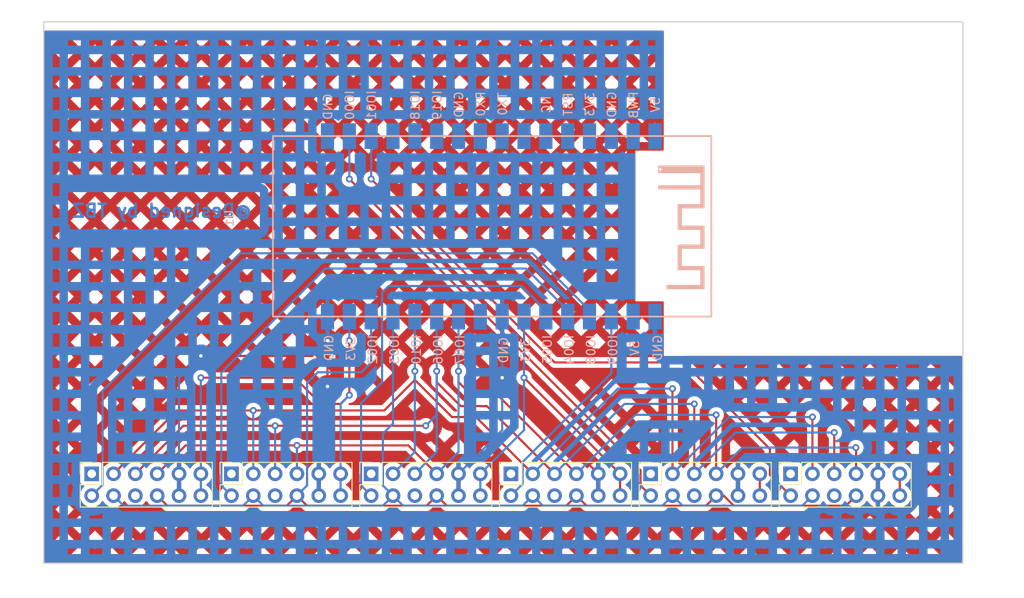
<source format=kicad_pcb>
(kicad_pcb (version 20221018) (generator pcbnew)
  (layers (0 "F.Cu" signal) (31 "B.Cu" signal) (34 "B.Paste" user) (35 "F.Paste" user) (36 "B.SilkS" user "B.Silkscreen") (37 "F.SilkS" user "F.Silkscreen") (38 "B.Mask" user) (39 "F.Mask" user) (44 "Edge.Cuts" user))
  (net 0 "")
  (net 1 "/RST")
  (net 2 "/DC")
  (net 3 "/BLK")
  (net 4 "GND")
  (net 5 "+3V3")
  (net 6 "/SCL")
  (net 7 "/SDA")
  (net 8 "/CS1")
  (net 9 "/CS2")
  (net 10 "/CS3")
  (net 11 "/CS4")
  (net 12 "/CS5")
  (net 13 "/CS6")
  (net 23 "+5V")
  (net 25 "/ips_lcd1/INT")
  (net 26 "/ips_lcd1/MISO")
  (net 27 "/ips_lcd2/INT")
  (net 28 "/ips_lcd2/MISO")
  (net 29 "/ips_lcd3/INT")
  (net 30 "/ips_lcd3/MISO")
  (net 31 "/ips_lcd4/INT")
  (net 32 "/ips_lcd4/MISO")
  (net 33 "/ips_lcd5/INT")
  (net 34 "/ips_lcd5/MISO")
  (net 35 "/ips_lcd6/INT")
  (net 36 "/ips_lcd6/MISO")
  (footprint "my_connector:PMOD" (layer "F.Cu") (at 97.79 101.092 90)
    (fp_text reference "J3" hide)
    (fp_text value "Conn_02x06_Odd_Even")
    (fp_line (start -2.6 -7.68) (end -2.6 7.68) (stroke (width 0.12)) (layer "F.SilkS"))
    (fp_line (start -2.6 -7.68) (end 0 -7.68) (stroke (width 0.12)) (layer "F.SilkS"))
    (fp_line (start -2.6 7.68) (end 2.6 7.68) (stroke (width 0.12)) (layer "F.SilkS"))
    (fp_line (start 0 -7.68) (end 0 -5.08) (stroke (width 0.12)) (layer "F.SilkS"))
    (fp_line (start 0 -5.08) (end 2.6 -5.08) (stroke (width 0.12)) (layer "F.SilkS"))
    (fp_line (start 1.27 -7.68) (end 2.6 -7.68) (stroke (width 0.12)) (layer "F.SilkS"))
    (fp_line (start 2.6 -7.68) (end 2.6 -6.35) (stroke (width 0.12)) (layer "F.SilkS"))
    (fp_line (start 2.6 -5.08) (end 2.6 7.68) (stroke (width 0.12)) (layer "F.SilkS"))
    (pad "1" thru_hole rect (at 1.27 -6.35 90) (size 1.7 1.7) (drill 1) (layers "*.Cu" "*.Mask") (net 29 "/ips_lcd3/INT"))
    (pad "2" thru_hole oval (at -1.27 -6.35 90) (size 1.7 1.7) (drill 1) (layers "*.Cu" "*.Mask") (net 10 "/CS3"))
    (pad "3" thru_hole oval (at 1.27 -3.81 90) (size 1.7 1.7) (drill 1) (layers "*.Cu" "*.Mask") (net 1 "/RST"))
    (pad "4" thru_hole oval (at -1.27 -3.81 90) (size 1.7 1.7) (drill 1) (layers "*.Cu" "*.Mask") (net 7 "/SDA"))
    (pad "5" thru_hole oval (at 1.27 -1.27 90) (size 1.7 1.7) (drill 1) (layers "*.Cu" "*.Mask") (net 2 "/DC"))
    (pad "6" thru_hole oval (at -1.27 -1.27 90) (size 1.7 1.7) (drill 1) (layers "*.Cu" "*.Mask") (net 30 "/ips_lcd3/MISO"))
    (pad "7" thru_hole oval (at 1.27 1.27 90) (size 1.7 1.7) (drill 1) (layers "*.Cu" "*.Mask") (net 3 "/BLK"))
    (pad "8" thru_hole oval (at -1.27 1.27 90) (size 1.7 1.7) (drill 1) (layers "*.Cu" "*.Mask") (net 6 "/SCL"))
    (pad "9" thru_hole oval (at 1.27 3.81 90) (size 1.7 1.7) (drill 1) (layers "*.Cu" "*.Mask") (net 4 "GND"))
    (pad "10" thru_hole oval (at -1.27 3.81 90) (size 1.7 1.7) (drill 1) (layers "*.Cu" "*.Mask") (net 4 "GND"))
    (pad "11" thru_hole oval (at 1.27 6.35 90) (size 1.7 1.7) (drill 1) (layers "*.Cu" "*.Mask") (net 5 "+3V3"))
    (pad "12" thru_hole oval (at -1.27 6.35 90) (size 1.7 1.7) (drill 1) (layers "*.Cu" "*.Mask") (net 5 "+3V3"))
  )
  (footprint "my_connector:PMOD" (layer "F.Cu") (at 114.046 101.092 90)
    (fp_text reference "J4" hide)
    (fp_text value "Conn_02x06_Odd_Even")
    (fp_line (start -2.6 -7.68) (end -2.6 7.68) (stroke (width 0.12)) (layer "F.SilkS"))
    (fp_line (start -2.6 -7.68) (end 0 -7.68) (stroke (width 0.12)) (layer "F.SilkS"))
    (fp_line (start -2.6 7.68) (end 2.6 7.68) (stroke (width 0.12)) (layer "F.SilkS"))
    (fp_line (start 0 -7.68) (end 0 -5.08) (stroke (width 0.12)) (layer "F.SilkS"))
    (fp_line (start 0 -5.08) (end 2.6 -5.08) (stroke (width 0.12)) (layer "F.SilkS"))
    (fp_line (start 1.27 -7.68) (end 2.6 -7.68) (stroke (width 0.12)) (layer "F.SilkS"))
    (fp_line (start 2.6 -7.68) (end 2.6 -6.35) (stroke (width 0.12)) (layer "F.SilkS"))
    (fp_line (start 2.6 -5.08) (end 2.6 7.68) (stroke (width 0.12)) (layer "F.SilkS"))
    (pad "1" thru_hole rect (at 1.27 -6.35 90) (size 1.7 1.7) (drill 1) (layers "*.Cu" "*.Mask") (net 31 "/ips_lcd4/INT"))
    (pad "2" thru_hole oval (at -1.27 -6.35 90) (size 1.7 1.7) (drill 1) (layers "*.Cu" "*.Mask") (net 11 "/CS4"))
    (pad "3" thru_hole oval (at 1.27 -3.81 90) (size 1.7 1.7) (drill 1) (layers "*.Cu" "*.Mask") (net 1 "/RST"))
    (pad "4" thru_hole oval (at -1.27 -3.81 90) (size 1.7 1.7) (drill 1) (layers "*.Cu" "*.Mask") (net 7 "/SDA"))
    (pad "5" thru_hole oval (at 1.27 -1.27 90) (size 1.7 1.7) (drill 1) (layers "*.Cu" "*.Mask") (net 2 "/DC"))
    (pad "6" thru_hole oval (at -1.27 -1.27 90) (size 1.7 1.7) (drill 1) (layers "*.Cu" "*.Mask") (net 32 "/ips_lcd4/MISO"))
    (pad "7" thru_hole oval (at 1.27 1.27 90) (size 1.7 1.7) (drill 1) (layers "*.Cu" "*.Mask") (net 3 "/BLK"))
    (pad "8" thru_hole oval (at -1.27 1.27 90) (size 1.7 1.7) (drill 1) (layers "*.Cu" "*.Mask") (net 6 "/SCL"))
    (pad "9" thru_hole oval (at 1.27 3.81 90) (size 1.7 1.7) (drill 1) (layers "*.Cu" "*.Mask") (net 4 "GND"))
    (pad "10" thru_hole oval (at -1.27 3.81 90) (size 1.7 1.7) (drill 1) (layers "*.Cu" "*.Mask") (net 4 "GND"))
    (pad "11" thru_hole oval (at 1.27 6.35 90) (size 1.7 1.7) (drill 1) (layers "*.Cu" "*.Mask") (net 5 "+3V3"))
    (pad "12" thru_hole oval (at -1.27 6.35 90) (size 1.7 1.7) (drill 1) (layers "*.Cu" "*.Mask") (net 5 "+3V3"))
  )
  (footprint "my_connector:PMOD" (layer "F.Cu") (at 146.583 101.092 90)
    (fp_text reference "J6" hide)
    (fp_text value "Conn_02x06_Odd_Even")
    (fp_line (start -2.6 -7.68) (end -2.6 7.68) (stroke (width 0.12)) (layer "F.SilkS"))
    (fp_line (start -2.6 -7.68) (end 0 -7.68) (stroke (width 0.12)) (layer "F.SilkS"))
    (fp_line (start -2.6 7.68) (end 2.6 7.68) (stroke (width 0.12)) (layer "F.SilkS"))
    (fp_line (start 0 -7.68) (end 0 -5.08) (stroke (width 0.12)) (layer "F.SilkS"))
    (fp_line (start 0 -5.08) (end 2.6 -5.08) (stroke (width 0.12)) (layer "F.SilkS"))
    (fp_line (start 1.27 -7.68) (end 2.6 -7.68) (stroke (width 0.12)) (layer "F.SilkS"))
    (fp_line (start 2.6 -7.68) (end 2.6 -6.35) (stroke (width 0.12)) (layer "F.SilkS"))
    (fp_line (start 2.6 -5.08) (end 2.6 7.68) (stroke (width 0.12)) (layer "F.SilkS"))
    (pad "1" thru_hole rect (at 1.27 -6.35 90) (size 1.7 1.7) (drill 1) (layers "*.Cu" "*.Mask") (net 35 "/ips_lcd6/INT"))
    (pad "2" thru_hole oval (at -1.27 -6.35 90) (size 1.7 1.7) (drill 1) (layers "*.Cu" "*.Mask") (net 13 "/CS6"))
    (pad "3" thru_hole oval (at 1.27 -3.81 90) (size 1.7 1.7) (drill 1) (layers "*.Cu" "*.Mask") (net 1 "/RST"))
    (pad "4" thru_hole oval (at -1.27 -3.81 90) (size 1.7 1.7) (drill 1) (layers "*.Cu" "*.Mask") (net 7 "/SDA"))
    (pad "5" thru_hole oval (at 1.27 -1.27 90) (size 1.7 1.7) (drill 1) (layers "*.Cu" "*.Mask") (net 2 "/DC"))
    (pad "6" thru_hole oval (at -1.27 -1.27 90) (size 1.7 1.7) (drill 1) (layers "*.Cu" "*.Mask") (net 36 "/ips_lcd6/MISO"))
    (pad "7" thru_hole oval (at 1.27 1.27 90) (size 1.7 1.7) (drill 1) (layers "*.Cu" "*.Mask") (net 3 "/BLK"))
    (pad "8" thru_hole oval (at -1.27 1.27 90) (size 1.7 1.7) (drill 1) (layers "*.Cu" "*.Mask") (net 6 "/SCL"))
    (pad "9" thru_hole oval (at 1.27 3.81 90) (size 1.7 1.7) (drill 1) (layers "*.Cu" "*.Mask") (net 4 "GND"))
    (pad "10" thru_hole oval (at -1.27 3.81 90) (size 1.7 1.7) (drill 1) (layers "*.Cu" "*.Mask") (net 4 "GND"))
    (pad "11" thru_hole oval (at 1.27 6.35 90) (size 1.7 1.7) (drill 1) (layers "*.Cu" "*.Mask") (net 5 "+3V3"))
    (pad "12" thru_hole oval (at -1.27 6.35 90) (size 1.7 1.7) (drill 1) (layers "*.Cu" "*.Mask") (net 5 "+3V3"))
  )
  (footprint "my_connector:PMOD" (layer "F.Cu") (at 130.302 101.092 90)
    (fp_text reference "J5" hide)
    (fp_text value "Conn_02x06_Odd_Even")
    (fp_line (start -2.6 -7.68) (end -2.6 7.68) (stroke (width 0.12)) (layer "F.SilkS"))
    (fp_line (start -2.6 -7.68) (end 0 -7.68) (stroke (width 0.12)) (layer "F.SilkS"))
    (fp_line (start -2.6 7.68) (end 2.6 7.68) (stroke (width 0.12)) (layer "F.SilkS"))
    (fp_line (start 0 -7.68) (end 0 -5.08) (stroke (width 0.12)) (layer "F.SilkS"))
    (fp_line (start 0 -5.08) (end 2.6 -5.08) (stroke (width 0.12)) (layer "F.SilkS"))
    (fp_line (start 1.27 -7.68) (end 2.6 -7.68) (stroke (width 0.12)) (layer "F.SilkS"))
    (fp_line (start 2.6 -7.68) (end 2.6 -6.35) (stroke (width 0.12)) (layer "F.SilkS"))
    (fp_line (start 2.6 -5.08) (end 2.6 7.68) (stroke (width 0.12)) (layer "F.SilkS"))
    (pad "1" thru_hole rect (at 1.27 -6.35 90) (size 1.7 1.7) (drill 1) (layers "*.Cu" "*.Mask") (net 33 "/ips_lcd5/INT"))
    (pad "2" thru_hole oval (at -1.27 -6.35 90) (size 1.7 1.7) (drill 1) (layers "*.Cu" "*.Mask") (net 12 "/CS5"))
    (pad "3" thru_hole oval (at 1.27 -3.81 90) (size 1.7 1.7) (drill 1) (layers "*.Cu" "*.Mask") (net 1 "/RST"))
    (pad "4" thru_hole oval (at -1.27 -3.81 90) (size 1.7 1.7) (drill 1) (layers "*.Cu" "*.Mask") (net 7 "/SDA"))
    (pad "5" thru_hole oval (at 1.27 -1.27 90) (size 1.7 1.7) (drill 1) (layers "*.Cu" "*.Mask") (net 2 "/DC"))
    (pad "6" thru_hole oval (at -1.27 -1.27 90) (size 1.7 1.7) (drill 1) (layers "*.Cu" "*.Mask") (net 34 "/ips_lcd5/MISO"))
    (pad "7" thru_hole oval (at 1.27 1.27 90) (size 1.7 1.7) (drill 1) (layers "*.Cu" "*.Mask") (net 3 "/BLK"))
    (pad "8" thru_hole oval (at -1.27 1.27 90) (size 1.7 1.7) (drill 1) (layers "*.Cu" "*.Mask") (net 6 "/SCL"))
    (pad "9" thru_hole oval (at 1.27 3.81 90) (size 1.7 1.7) (drill 1) (layers "*.Cu" "*.Mask") (net 4 "GND"))
    (pad "10" thru_hole oval (at -1.27 3.81 90) (size 1.7 1.7) (drill 1) (layers "*.Cu" "*.Mask") (net 4 "GND"))
    (pad "11" thru_hole oval (at 1.27 6.35 90) (size 1.7 1.7) (drill 1) (layers "*.Cu" "*.Mask") (net 5 "+3V3"))
    (pad "12" thru_hole oval (at -1.27 6.35 90) (size 1.7 1.7) (drill 1) (layers "*.Cu" "*.Mask") (net 5 "+3V3"))
  )
  (footprint "my_connector:PMOD" (layer "F.Cu") (at 81.534 101.092 90)
    (fp_text reference "J2" hide)
    (fp_text value "Conn_02x06_Odd_Even")
    (fp_line (start -2.6 -7.68) (end -2.6 7.68) (stroke (width 0.12)) (layer "F.SilkS"))
    (fp_line (start -2.6 -7.68) (end 0 -7.68) (stroke (width 0.12)) (layer "F.SilkS"))
    (fp_line (start -2.6 7.68) (end 2.6 7.68) (stroke (width 0.12)) (layer "F.SilkS"))
    (fp_line (start 0 -7.68) (end 0 -5.08) (stroke (width 0.12)) (layer "F.SilkS"))
    (fp_line (start 0 -5.08) (end 2.6 -5.08) (stroke (width 0.12)) (layer "F.SilkS"))
    (fp_line (start 1.27 -7.68) (end 2.6 -7.68) (stroke (width 0.12)) (layer "F.SilkS"))
    (fp_line (start 2.6 -7.68) (end 2.6 -6.35) (stroke (width 0.12)) (layer "F.SilkS"))
    (fp_line (start 2.6 -5.08) (end 2.6 7.68) (stroke (width 0.12)) (layer "F.SilkS"))
    (pad "1" thru_hole rect (at 1.27 -6.35 90) (size 1.7 1.7) (drill 1) (layers "*.Cu" "*.Mask") (net 27 "/ips_lcd2/INT"))
    (pad "2" thru_hole oval (at -1.27 -6.35 90) (size 1.7 1.7) (drill 1) (layers "*.Cu" "*.Mask") (net 9 "/CS2"))
    (pad "3" thru_hole oval (at 1.27 -3.81 90) (size 1.7 1.7) (drill 1) (layers "*.Cu" "*.Mask") (net 1 "/RST"))
    (pad "4" thru_hole oval (at -1.27 -3.81 90) (size 1.7 1.7) (drill 1) (layers "*.Cu" "*.Mask") (net 7 "/SDA"))
    (pad "5" thru_hole oval (at 1.27 -1.27 90) (size 1.7 1.7) (drill 1) (layers "*.Cu" "*.Mask") (net 2 "/DC"))
    (pad "6" thru_hole oval (at -1.27 -1.27 90) (size 1.7 1.7) (drill 1) (layers "*.Cu" "*.Mask") (net 28 "/ips_lcd2/MISO"))
    (pad "7" thru_hole oval (at 1.27 1.27 90) (size 1.7 1.7) (drill 1) (layers "*.Cu" "*.Mask") (net 3 "/BLK"))
    (pad "8" thru_hole oval (at -1.27 1.27 90) (size 1.7 1.7) (drill 1) (layers "*.Cu" "*.Mask") (net 6 "/SCL"))
    (pad "9" thru_hole oval (at 1.27 3.81 90) (size 1.7 1.7) (drill 1) (layers "*.Cu" "*.Mask") (net 4 "GND"))
    (pad "10" thru_hole oval (at -1.27 3.81 90) (size 1.7 1.7) (drill 1) (layers "*.Cu" "*.Mask") (net 4 "GND"))
    (pad "11" thru_hole oval (at 1.27 6.35 90) (size 1.7 1.7) (drill 1) (layers "*.Cu" "*.Mask") (net 5 "+3V3"))
    (pad "12" thru_hole oval (at -1.27 6.35 90) (size 1.7 1.7) (drill 1) (layers "*.Cu" "*.Mask") (net 5 "+3V3"))
  )
  (footprint "my_connector:PMOD" (layer "F.Cu") (at 65.278 101.092 90)
    (fp_text reference "J1" hide)
    (fp_text value "Conn_02x06_Odd_Even")
    (fp_line (start -2.6 -7.68) (end -2.6 7.68) (stroke (width 0.12)) (layer "F.SilkS"))
    (fp_line (start -2.6 -7.68) (end 0 -7.68) (stroke (width 0.12)) (layer "F.SilkS"))
    (fp_line (start -2.6 7.68) (end 2.6 7.68) (stroke (width 0.12)) (layer "F.SilkS"))
    (fp_line (start 0 -7.68) (end 0 -5.08) (stroke (width 0.12)) (layer "F.SilkS"))
    (fp_line (start 0 -5.08) (end 2.6 -5.08) (stroke (width 0.12)) (layer "F.SilkS"))
    (fp_line (start 1.27 -7.68) (end 2.6 -7.68) (stroke (width 0.12)) (layer "F.SilkS"))
    (fp_line (start 2.6 -7.68) (end 2.6 -6.35) (stroke (width 0.12)) (layer "F.SilkS"))
    (fp_line (start 2.6 -5.08) (end 2.6 7.68) (stroke (width 0.12)) (layer "F.SilkS"))
    (pad "1" thru_hole rect (at 1.27 -6.35 90) (size 1.7 1.7) (drill 1) (layers "*.Cu" "*.Mask") (net 25 "/ips_lcd1/INT"))
    (pad "2" thru_hole oval (at -1.27 -6.35 90) (size 1.7 1.7) (drill 1) (layers "*.Cu" "*.Mask") (net 8 "/CS1"))
    (pad "3" thru_hole oval (at 1.27 -3.81 90) (size 1.7 1.7) (drill 1) (layers "*.Cu" "*.Mask") (net 1 "/RST"))
    (pad "4" thru_hole oval (at -1.27 -3.81 90) (size 1.7 1.7) (drill 1) (layers "*.Cu" "*.Mask") (net 7 "/SDA"))
    (pad "5" thru_hole oval (at 1.27 -1.27 90) (size 1.7 1.7) (drill 1) (layers "*.Cu" "*.Mask") (net 2 "/DC"))
    (pad "6" thru_hole oval (at -1.27 -1.27 90) (size 1.7 1.7) (drill 1) (layers "*.Cu" "*.Mask") (net 26 "/ips_lcd1/MISO"))
    (pad "7" thru_hole oval (at 1.27 1.27 90) (size 1.7 1.7) (drill 1) (layers "*.Cu" "*.Mask") (net 3 "/BLK"))
    (pad "8" thru_hole oval (at -1.27 1.27 90) (size 1.7 1.7) (drill 1) (layers "*.Cu" "*.Mask") (net 6 "/SCL"))
    (pad "9" thru_hole oval (at 1.27 3.81 90) (size 1.7 1.7) (drill 1) (layers "*.Cu" "*.Mask") (net 4 "GND"))
    (pad "10" thru_hole oval (at -1.27 3.81 90) (size 1.7 1.7) (drill 1) (layers "*.Cu" "*.Mask") (net 4 "GND"))
    (pad "11" thru_hole oval (at 1.27 6.35 90) (size 1.7 1.7) (drill 1) (layers "*.Cu" "*.Mask") (net 5 "+3V3"))
    (pad "12" thru_hole oval (at -1.27 6.35 90) (size 1.7 1.7) (drill 1) (layers "*.Cu" "*.Mask") (net 5 "+3V3"))
  )
  (footprint "my_footprint:LUAT-ESP32-C3" (layer "B.Cu") (at 104.902 71.374 -90)
    (fp_text reference "U1" (at -1.27 29.972 90 unlocked) (layer "B.SilkS") (effects (justify mirror)))
    (fp_text value "LUAT-ESP32-C3")
    (fp_text user "RST" (at -16.002 -10.033 90 unlocked) (layer "B.SilkS") (effects (justify left bottom mirror)))
    (fp_text user "IO09" (at 12.192 -15.24 90 unlocked) (layer "B.SilkS") (effects (justify left bottom mirror)))
    (fp_text user "5V" (at -15.494 -20.193 90 unlocked) (layer "B.SilkS") (effects (justify left bottom mirror)))
    (fp_text user "IO18" (at -16.256 7.747 90 unlocked) (layer "B.SilkS") (effects (justify left bottom mirror)))
    (fp_text user "PWB" (at -16.129 -17.653 90 unlocked) (layer "B.SilkS") (effects (justify left bottom mirror)))
    (fp_text user "GND" (at -16.129 2.667 90 unlocked) (layer "B.SilkS") (effects (justify left bottom mirror)))
    (fp_text user "3V3" (at 12.446 15.24 90 unlocked) (layer "B.SilkS") (effects (justify left bottom mirror)))
    (fp_text user "TX0" (at -16.002 -2.413 90 unlocked) (layer "B.SilkS") (effects (justify left bottom mirror)))
    (fp_text user "3V3" (at -16.002 -12.573 90 unlocked) (layer "B.SilkS") (effects (justify left bottom mirror)))
    (fp_text user "RX0" (at -16.129 0.127 90 unlocked) (layer "B.SilkS") (effects (justify left bottom mirror)))
    (fp_text user "GND" (at 12.446 -2.54 90 unlocked) (layer "B.SilkS") (effects (justify left bottom mirror)))
    (fp_text user "IO00" (at -16.256 15.367 90 unlocked) (layer "B.SilkS") (effects (justify left bottom mirror)))
    (fp_text user "IO06" (at 12.192 5.08 90 unlocked) (layer "B.SilkS") (effects (justify left bottom mirror)))
    (fp_text user "GND" (at 12.192 17.78 90 unlocked) (layer "B.SilkS") (effects (justify left bottom mirror)))
    (fp_text user "3V3" (at 12.573 -5.08 90 unlocked) (layer "B.SilkS") (effects (justify left bottom mirror)))
    (fp_text user "IO02" (at 12.192 12.7 90 unlocked) (layer "B.SilkS") (effects (justify left bottom mirror)))
    (fp_text user "GND" (at -15.875 17.907 90 unlocked) (layer "B.SilkS") (effects (justify left bottom mirror)))
    (fp_text user "IO19" (at -16.256 5.207 90 unlocked) (layer "B.SilkS") (effects (justify left bottom mirror)))
    (fp_text user "5V" (at 12.827 -17.78 90 unlocked) (layer "B.SilkS") (effects (justify left bottom mirror)))
    (fp_text user "IO08" (at 12.192 -12.7 90 unlocked) (layer "B.SilkS") (effects (justify left bottom mirror)))
    (fp_text user "GND" (at -16.129 -15.113 90 unlocked) (layer "B.SilkS") (effects (justify left bottom mirror)))
    (fp_text user "IO01" (at -16.256 12.827 90 unlocked) (layer "B.SilkS") (effects (justify left bottom mirror)))
    (fp_text user "IO05" (at 12.192 -7.62 90 unlocked) (layer "B.SilkS") (effects (justify left bottom mirror)))
    (fp_text user "IO10" (at 12.192 7.62 90 unlocked) (layer "B.SilkS") (effects (justify left bottom mirror)))
    (fp_text user "IO03" (at 12.192 10.16 90 unlocked) (layer "B.SilkS") (effects (justify left bottom mirror)))
    (fp_text user "NC" (at -15.621 -7.493 90 unlocked) (layer "B.SilkS") (effects (justify left bottom mirror)))
    (fp_text user "IO04" (at 12.192 -10.16 90 unlocked) (layer "B.SilkS") (effects (justify left bottom mirror)))
    (fp_text user "IO07" (at 12.192 2.54 90 unlocked) (layer "B.SilkS") (effects (justify left bottom mirror)))
    (fp_text user "GND" (at 12.192 -20.447 90 unlocked) (layer "B.SilkS") (effects (justify left bottom mirror)))
    (fp_rect (start -10.84 24.892) (end 10.16 -26.108) (stroke (width 0.2)) (fill none) (layer "B.SilkS"))
    (fp_poly (pts (xy -2.424647 -22.682018) (xy -0.424647 -22.682018) (xy -0.424647 -25.322018) (xy 2.275353 -25.322018) (xy 2.275353 -22.682018) (xy 4.275353 -22.682018) (xy 4.275353 -25.322018) (xy 6.975353 -25.322018) (xy 6.975353 -20.882018) (xy 6.475353 -20.882018) (xy 6.475353 -24.822018) (xy 4.775353 -24.822018) (xy 4.775353 -22.182018) (xy 1.775353 -22.182018) (xy 1.775353 -24.822018) (xy 0.075353 -24.822018) (xy 0.075353 -22.182018) (xy -2.924647 -22.182018) (xy -2.924647 -24.822018) (xy -4.624647 -24.822018) (xy -4.624647 -19.922018) (xy -5.124647 -19.922018) (xy -5.124647 -24.822018) (xy -6.524647 -24.822018) (xy -6.524647 -19.922018) (xy -7.424647 -19.922018) (xy -7.424647 -20.165233) (xy -7.12223 -20.165233) (xy -7.112389 -20.117623) (xy -7.088321 -20.075221) (xy -7.050378 -20.042437) (xy -7.042466 -20.038083) (xy -6.999803 -20.025975) (xy -6.951284 -20.026718) (xy -6.905769 -20.039618) (xy -6.887158 -20.050231) (xy -6.853515 -20.085465) (xy -6.832956 -20.13065) (xy -6.826425 -20.180176) (xy -6.834865 -20.228435) (xy -6.851759 -20.260661) (xy -6.887019 -20.293331) (xy -6.932329 -20.313426) (xy -6.981914 -20.32) (xy -7.03 -20.31211) (xy -7.062892 -20.295204) (xy -7.097832 -20.258434) (xy -7.117494 -20.21364) (xy -7.12223 -20.165233) (xy -7.424647 -20.165233) (xy -7.424647 -25.322018) (xy -2.424647 -25.322018) (xy -2.424647 -22.682018)) (fill solid) (layer "B.SilkS"))
    (pad "1" smd rect locked (at -10.84 18.542 270) (size 3 1.54) (layers "B.Cu" "B.Paste" "B.Mask"))
    (pad "2" smd rect locked (at -10.84 16.002 270) (size 3 1.54) (layers "B.Cu" "B.Paste" "B.Mask") (net 12 "/CS5"))
    (pad "3" smd rect locked (at -10.84 13.462 270) (size 3 1.54) (layers "B.Cu" "B.Paste" "B.Mask") (net 13 "/CS6"))
    (pad "4" smd rect locked (at -10.84 10.922 270) (size 3 1.54) (layers "B.Cu" "B.Paste" "B.Mask"))
    (pad "5" smd rect locked (at -10.84 8.382 270) (size 3 1.54) (layers "B.Cu" "B.Paste" "B.Mask"))
    (pad "6" smd rect locked (at -10.84 5.842 270) (size 3 1.54) (layers "B.Cu" "B.Paste" "B.Mask"))
    (pad "7" smd rect locked (at -10.84 3.302 270) (size 3 1.54) (layers "B.Cu" "B.Paste" "B.Mask"))
    (pad "8" smd rect locked (at -10.84 0.762 270) (size 3 1.54) (layers "B.Cu" "B.Paste" "B.Mask"))
    (pad "9" smd rect locked (at -10.84 -1.778 270) (size 3 1.54) (layers "B.Cu" "B.Paste" "B.Mask"))
    (pad "10" smd rect locked (at -10.84 -4.318 270) (size 3 1.54) (layers "B.Cu" "B.Paste" "B.Mask"))
    (pad "11" smd rect locked (at -10.84 -6.858 270) (size 3 1.54) (layers "B.Cu" "B.Paste" "B.Mask"))
    (pad "12" smd rect locked (at -10.84 -9.398 270) (size 3 1.54) (layers "B.Cu" "B.Paste" "B.Mask"))
    (pad "13" smd rect locked (at -10.84 -11.938 270) (size 3 1.54) (layers "B.Cu" "B.Paste" "B.Mask"))
    (pad "14" smd rect locked (at -10.84 -14.478 270) (size 3 1.54) (layers "B.Cu" "B.Paste" "B.Mask"))
    (pad "15" smd rect locked (at -10.84 -17.018 270) (size 3 1.54) (layers "B.Cu" "B.Paste" "B.Mask"))
    (pad "16" smd rect locked (at -10.84 -19.558 270) (size 3 1.54) (layers "B.Cu" "B.Paste" "B.Mask"))
    (pad "17" smd rect locked (at 10.16 18.542 270) (size 3 1.54) (layers "B.Cu" "B.Paste" "B.Mask") (net 4 "GND"))
    (pad "18" smd rect locked (at 10.16 16.002 270) (size 3 1.54) (layers "B.Cu" "B.Paste" "B.Mask") (net 5 "+3V3"))
    (pad "19" smd rect locked (at 10.16 13.462 270) (size 3 1.54) (layers "B.Cu" "B.Paste" "B.Mask") (net 6 "/SCL"))
    (pad "20" smd rect locked (at 10.16 10.922 270) (size 3 1.54) (layers "B.Cu" "B.Paste" "B.Mask") (net 7 "/SDA"))
    (pad "21" smd rect locked (at 10.16 8.382 270) (size 3 1.54) (layers "B.Cu" "B.Paste" "B.Mask") (net 1 "/RST"))
    (pad "22" smd rect locked (at 10.16 5.842 270) (size 3 1.54) (layers "B.Cu" "B.Paste" "B.Mask") (net 2 "/DC"))
    (pad "23" smd rect locked (at 10.16 3.302 270) (size 3 1.54) (layers "B.Cu" "B.Paste" "B.Mask") (net 3 "/BLK"))
    (pad "24" smd rect locked (at 10.16 0.762 270) (size 3 1.54) (layers "B.Cu" "B.Paste" "B.Mask"))
    (pad "25" smd rect locked (at 10.16 -1.778 270) (size 3 1.54) (layers "B.Cu" "B.Paste" "B.Mask") (net 4 "GND"))
    (pad "26" smd rect locked (at 10.16 -4.318 270) (size 3 1.54) (layers "B.Cu" "B.Paste" "B.Mask") (net 5 "+3V3"))
    (pad "27" smd rect locked (at 10.16 -6.858 270) (size 3 1.54) (layers "B.Cu" "B.Paste" "B.Mask") (net 10 "/CS3"))
    (pad "28" smd rect locked (at 10.16 -9.398 270) (size 3 1.54) (layers "B.Cu" "B.Paste" "B.Mask") (net 9 "/CS2"))
    (pad "29" smd rect locked (at 10.16 -11.938 270) (size 3 1.54) (layers "B.Cu" "B.Paste" "B.Mask") (net 8 "/CS1"))
    (pad "30" smd rect locked (at 10.16 -14.478 270) (size 3 1.54) (layers "B.Cu" "B.Paste" "B.Mask") (net 11 "/CS4"))
    (pad "31" smd rect locked (at 10.16 -17.018 270) (size 3 1.54) (layers "B.Cu" "B.Paste" "B.Mask") (net 23 "+5V"))
    (pad "32" smd rect locked (at 10.16 -19.558 270) (size 3 1.54) (layers "B.Cu" "B.Paste" "B.Mask") (net 4 "GND"))
  )
  (gr_rect (start 53.34 47.244) (end 160.274 110.236) (stroke (width 0.15)) (fill none) (layer "Edge.Cuts"))
  (gr_text "@Designed by TBZ" (at 77.724 70.104) (layer "B.Cu") (effects (font (size 1.5 1.5) (thickness 0.3) bold) (justify left bottom mirror)))
  (segment (start 142.773 99.822) (end 142.773 93.218) (width 0.25) (layer "F.Cu") (net 1))
  (segment (start 103.632 93.218) (end 100.838 93.218) (width 0.25) (layer "F.Cu") (net 1))
  (segment (start 100.838 93.218) (end 96.52 88.9) (width 0.25) (layer "F.Cu") (net 1))
  (segment (start 61.468 99.822) (end 68.834 92.456) (width 0.25) (layer "F.Cu") (net 1))
  (segment (start 96.52 88.9) (end 96.52 87.884) (width 0.25) (layer "F.Cu") (net 1))
  (segment (start 77.724 92.456) (end 92.964 92.456) (width 0.25) (layer "F.Cu") (net 1))
  (segment (start 110.236 99.822) (end 103.632 93.218) (width 0.25) (layer "F.Cu") (net 1))
  (segment (start 92.964 92.456) (end 96.52 88.9) (width 0.25) (layer "F.Cu") (net 1))
  (segment (start 68.834 92.456) (end 77.724 92.456) (width 0.25) (layer "F.Cu") (net 1))
  (segment (start 126.492 99.822) (end 126.492 89.916) (width 0.25) (layer "F.Cu") (net 1))
  (via (at 96.52 87.884) (size 0.8) (drill 0.4) (layers "F.Cu" "B.Cu") (net 1))
  (via (at 142.773 93.218) (size 0.8) (drill 0.4) (layers "F.Cu" "B.Cu") (net 1))
  (via (at 126.492 89.916) (size 0.8) (drill 0.4) (layers "F.Cu" "B.Cu") (net 1))
  (via (at 77.724 92.456) (size 0.8) (drill 0.4) (layers "F.Cu" "B.Cu") (net 1))
  (segment (start 120.142 89.916) (end 126.492 89.916) (width 0.25) (layer "B.Cu") (net 1))
  (segment (start 96.52 81.534) (end 96.52 87.884) (width 0.25) (layer "B.Cu") (net 1))
  (segment (start 133.096 93.218) (end 142.773 93.218) (width 0.25) (layer "B.Cu") (net 1))
  (segment (start 110.236 99.822) (end 120.142 89.916) (width 0.25) (layer "B.Cu") (net 1))
  (segment (start 93.98 99.822) (end 96.52 97.282) (width 0.25) (layer "B.Cu") (net 1))
  (segment (start 96.52 97.282) (end 96.52 87.884) (width 0.25) (layer "B.Cu") (net 1))
  (segment (start 77.724 99.822) (end 77.724 92.456) (width 0.25) (layer "B.Cu") (net 1))
  (segment (start 126.492 99.822) (end 133.096 93.218) (width 0.25) (layer "B.Cu") (net 1))
  (segment (start 69.596 94.234) (end 80.264 94.234) (width 0.25) (layer "F.Cu") (net 2))
  (segment (start 129.032 99.822) (end 129.032 91.694) (width 0.25) (layer "F.Cu") (net 2))
  (segment (start 145.313 99.822) (end 145.313001 95.021001) (width 0.25) (layer "F.Cu") (net 2))
  (segment (start 80.264 94.234) (end 97.79 94.234) (width 0.25) (layer "F.Cu") (net 2))
  (segment (start 101.854 91.948) (end 99.06 89.154) (width 0.25) (layer "F.Cu") (net 2))
  (segment (start 112.776 99.822) (end 104.902 91.948) (width 0.25) (layer "F.Cu") (net 2))
  (segment (start 104.902 91.948) (end 101.854 91.948) (width 0.25) (layer "F.Cu") (net 2))
  (segment (start 64.008 99.822) (end 69.596 94.234) (width 0.25) (layer "F.Cu") (net 2))
  (segment (start 99.06 89.154) (end 99.06 87.884) (width 0.25) (layer "F.Cu") (net 2))
  (via (at 80.264 94.234) (size 0.8) (drill 0.4) (layers "F.Cu" "B.Cu") (net 2))
  (via (at 129.032 91.694) (size 0.8) (drill 0.4) (layers "F.Cu" "B.Cu") (net 2))
  (via (at 99.06 87.884) (size 0.8) (drill 0.4) (layers "F.Cu" "B.Cu") (net 2))
  (via (at 145.313001 95.021001) (size 0.8) (drill 0.4) (layers "F.Cu" "B.Cu") (net 2))
  (via (at 97.79 94.234) (size 0.8) (drill 0.4) (layers "F.Cu" "B.Cu") (net 2))
  (segment (start 80.264 99.822) (end 80.264 94.234) (width 0.25) (layer "B.Cu") (net 2))
  (segment (start 99.06 87.884) (end 99.06 92.964) (width 0.25) (layer "B.Cu") (net 2))
  (segment (start 99.06 81.534) (end 99.06 87.884) (width 0.25) (layer "B.Cu") (net 2))
  (segment (start 133.832999 95.021001) (end 145.313001 95.021001) (width 0.25) (layer "B.Cu") (net 2))
  (segment (start 96.52 99.822) (end 99.06 97.282) (width 0.25) (layer "B.Cu") (net 2))
  (segment (start 112.776 99.822) (end 120.904 91.694) (width 0.25) (layer "B.Cu") (net 2))
  (segment (start 99.06 92.964) (end 97.79 94.234) (width 0.25) (layer "B.Cu") (net 2))
  (segment (start 129.032 99.822) (end 133.832999 95.021001) (width 0.25) (layer "B.Cu") (net 2))
  (segment (start 120.904 91.694) (end 129.032 91.694) (width 0.25) (layer "B.Cu") (net 2))
  (segment (start 99.06 97.282) (end 99.06 87.884) (width 0.25) (layer "B.Cu") (net 2))
  (segment (start 115.316 99.822) (end 106.172 90.678) (width 0.25) (layer "F.Cu") (net 3))
  (segment (start 82.042 96.52) (end 82.804 96.52) (width 0.25) (layer "F.Cu") (net 3))
  (segment (start 131.572 99.822) (end 131.572 92.964) (width 0.25) (layer "F.Cu") (net 3))
  (segment (start 106.172 90.678) (end 103.124 90.678) (width 0.25) (layer "F.Cu") (net 3))
  (segment (start 69.85 96.52) (end 82.042 96.52) (width 0.25) (layer "F.Cu") (net 3))
  (segment (start 66.548 99.822) (end 69.85 96.52) (width 0.25) (layer "F.Cu") (net 3))
  (segment (start 147.853 99.822) (end 147.853 96.799) (width 0.25) (layer "F.Cu") (net 3))
  (segment (start 95.758 96.52) (end 99.06 99.822) (width 0.25) (layer "F.Cu") (net 3))
  (segment (start 103.124 90.678) (end 101.6 89.154) (width 0.25) (layer "F.Cu") (net 3))
  (segment (start 147.853 96.799) (end 147.828 96.774) (width 0.25) (layer "F.Cu") (net 3))
  (segment (start 101.6 89.154) (end 101.6 87.884) (width 0.25) (layer "F.Cu") (net 3))
  (segment (start 82.804 96.52) (end 95.758 96.52) (width 0.25) (layer "F.Cu") (net 3))
  (via (at 131.572 92.964) (size 0.8) (drill 0.4) (layers "F.Cu" "B.Cu") (net 3))
  (via (at 101.6 87.884) (size 0.8) (drill 0.4) (layers "F.Cu" "B.Cu") (net 3))
  (via (at 147.828 96.774) (size 0.8) (drill 0.4) (layers "F.Cu" "B.Cu") (net 3))
  (via (at 82.804 96.52) (size 0.8) (drill 0.4) (layers "F.Cu" "B.Cu") (net 3))
  (segment (start 82.804 99.822) (end 82.804 96.52) (width 0.25) (layer "B.Cu") (net 3))
  (segment (start 99.06 99.822) (end 101.6 97.282) (width 0.25) (layer "B.Cu") (net 3))
  (segment (start 134.62 96.774) (end 147.828 96.774) (width 0.25) (layer "B.Cu") (net 3))
  (segment (start 101.6 97.282) (end 101.6 87.884) (width 0.25) (layer "B.Cu") (net 3))
  (segment (start 115.316 99.822) (end 122.174 92.964) (width 0.25) (layer "B.Cu") (net 3))
  (segment (start 122.174 92.964) (end 131.572 92.964) (width 0.25) (layer "B.Cu") (net 3))
  (segment (start 131.572 99.822) (end 134.62 96.774) (width 0.25) (layer "B.Cu") (net 3))
  (segment (start 101.6 81.534) (end 101.6 87.884) (width 0.25) (layer "B.Cu") (net 3))
  (segment (start 117.856 99.822) (end 106.68 88.646) (width 0.25) (layer "F.Cu") (net 4))
  (segment (start 84.582 86.106) (end 86.36 84.328) (width 0.25) (layer "F.Cu") (net 4))
  (segment (start 117.856 102.362) (end 117.856 99.822) (width 0.25) (layer "F.Cu") (net 4))
  (segment (start 71.628 86.106) (end 84.582 86.106) (width 0.25) (layer "F.Cu") (net 4))
  (segment (start 86.36 84.328) (end 86.36 89.662) (width 0.25) (layer "F.Cu") (net 4))
  (via (at 86.36 89.662) (size 0.8) (drill 0.4) (layers "F.Cu" "B.Cu") (net 4))
  (via (at 106.68 88.646) (size 0.8) (drill 0.4) (layers "F.Cu" "B.Cu") (net 4))
  (via (at 71.628 86.106) (size 0.8) (drill 0.4) (layers "F.Cu" "B.Cu") (net 4))
  (via (at 86.36 84.328) (size 0.8) (drill 0.4) (layers "F.Cu" "B.Cu") (net 4))
  (segment (start 69.088 99.822) (end 69.088 88.646) (width 0.25) (layer "B.Cu") (net 4))
  (segment (start 101.6 102.362) (end 101.6 99.822) (width 0.25) (layer "B.Cu") (net 4))
  (segment (start 69.088 88.646) (end 71.628 86.106) (width 0.25) (layer "B.Cu") (net 4))
  (segment (start 85.344 90.678) (end 86.36 89.662) (width 0.25) (layer "B.Cu") (net 4))
  (segment (start 150.393 102.362) (end 150.393 99.822) (width 0.25) (layer "B.Cu") (net 4))
  (segment (start 69.088 102.362) (end 69.088 99.822) (width 0.25) (layer "B.Cu") (net 4))
  (segment (start 101.6 99.822) (end 106.68 94.742) (width 0.25) (layer "B.Cu") (net 4))
  (segment (start 134.112 102.362) (end 134.112 99.822) (width 0.25) (layer "B.Cu") (net 4))
  (segment (start 85.344 99.822) (end 85.344 90.678) (width 0.25) (layer "B.Cu") (net 4))
  (segment (start 106.68 94.742) (end 106.68 81.534) (width 0.25) (layer "B.Cu") (net 4))
  (segment (start 85.344 102.362) (end 85.344 99.822) (width 0.25) (layer "B.Cu") (net 4))
  (segment (start 86.36 84.328) (end 86.36 81.534) (width 0.25) (layer "B.Cu") (net 4))
  (segment (start 82.55 88.646) (end 85.598 91.694) (width 0.25) (layer "F.Cu") (net 5))
  (segment (start 88.9 90.678) (end 88.9 84.328) (width 0.25) (layer "F.Cu") (net 5))
  (segment (start 85.598 91.694) (end 87.884 91.694) (width 0.25) (layer "F.Cu") (net 5))
  (segment (start 120.396 99.822) (end 109.22 88.646) (width 0.25) (layer "F.Cu") (net 5))
  (segment (start 120.396 102.362) (end 120.396 99.822) (width 0.25) (layer "F.Cu") (net 5))
  (segment (start 71.628 88.646) (end 82.55 88.646) (width 0.25) (layer "F.Cu") (net 5))
  (segment (start 87.884 91.694) (end 88.9 90.678) (width 0.25) (layer "F.Cu") (net 5))
  (segment (start 152.933 102.362) (end 152.933 99.822) (width 0.25) (layer "F.Cu") (net 5))
  (segment (start 136.652 102.362) (end 136.652 99.822) (width 0.25) (layer "F.Cu") (net 5))
  (via (at 109.22 88.646) (size 0.8) (drill 0.4) (layers "F.Cu" "B.Cu") (net 5))
  (via (at 88.9 90.678) (size 0.8) (drill 0.4) (layers "F.Cu" "B.Cu") (net 5))
  (via (at 71.628 88.646) (size 0.8) (drill 0.4) (layers "F.Cu" "B.Cu") (net 5))
  (via (at 88.9 84.328) (size 0.8) (drill 0.4) (layers "F.Cu" "B.Cu") (net 5))
  (segment (start 71.628 99.822) (end 71.628 88.646) (width 0.25) (layer "B.Cu") (net 5))
  (segment (start 71.628 102.362) (end 71.628 99.822) (width 0.25) (layer "B.Cu") (net 5))
  (segment (start 87.884 102.362) (end 87.884 99.822) (width 0.25) (layer "B.Cu") (net 5))
  (segment (start 109.22 94.742) (end 109.22 81.534) (width 0.25) (layer "B.Cu") (net 5))
  (segment (start 104.14 99.822) (end 109.22 94.742) (width 0.25) (layer "B.Cu") (net 5))
  (segment (start 87.884 99.822) (end 87.884 91.694) (width 0.25) (layer "B.Cu") (net 5))
  (segment (start 104.14 102.362) (end 104.14 99.822) (width 0.25) (layer "B.Cu") (net 5))
  (segment (start 88.9 84.328) (end 88.9 81.534) (width 0.25) (layer "B.Cu") (net 5))
  (segment (start 87.884 91.694) (end 88.9 90.678) (width 0.25) (layer "B.Cu") (net 5))
  (segment (start 82.804 102.362) (end 83.979 103.537) (width 0.25) (layer "F.Cu") (net 6))
  (segment (start 130.397 103.537) (end 131.572 102.362) (width 0.25) (layer "F.Cu") (net 6))
  (segment (start 115.316 102.362) (end 116.491 103.537) (width 0.25) (layer "F.Cu") (net 6))
  (segment (start 133.625299 103.537) (end 146.678 103.537) (width 0.25) (layer "F.Cu") (net 6))
  (segment (start 131.572 102.362) (end 132.450299 102.362) (width 0.25) (layer "F.Cu") (net 6))
  (segment (start 99.06 102.362) (end 100.235 103.537) (width 0.25) (layer "F.Cu") (net 6))
  (segment (start 100.235 103.537) (end 114.141 103.537) (width 0.25) (layer "F.Cu") (net 6))
  (segment (start 97.885 103.537) (end 99.06 102.362) (width 0.25) (layer "F.Cu") (net 6))
  (segment (start 66.548 102.362) (end 67.723 103.537) (width 0.25) (layer "F.Cu") (net 6))
  (segment (start 83.979 103.537) (end 97.885 103.537) (width 0.25) (layer "F.Cu") (net 6))
  (segment (start 146.678 103.537) (end 147.853 102.362) (width 0.25) (layer "F.Cu") (net 6))
  (segment (start 132.450299 102.362) (end 133.625299 103.537) (width 0.25) (layer "F.Cu") (net 6))
  (segment (start 116.491 103.537) (end 130.397 103.537) (width 0.25) (layer "F.Cu") (net 6))
  (segment (start 67.723 103.537) (end 81.629 103.537) (width 0.25) (layer "F.Cu") (net 6))
  (segment (start 81.629 103.537) (end 82.804 102.362) (width 0.25) (layer "F.Cu") (net 6))
  (segment (start 114.141 103.537) (end 115.316 102.362) (width 0.25) (layer "F.Cu") (net 6))
  (segment (start 91.44 86.868) (end 91.44 81.534) (width 0.25) (layer "B.Cu") (net 6))
  (segment (start 90.297 88.011) (end 91.44 86.868) (width 0.25) (layer "B.Cu") (net 6))
  (segment (start 82.804 102.362) (end 83.979 101.187) (width 0.25) (layer "B.Cu") (net 6))
  (segment (start 83.979 101.187) (end 83.979 89.249) (width 0.25) (layer "B.Cu") (net 6))
  (segment (start 83.979 89.249) (end 85.217 88.011) (width 0.25) (layer "B.Cu") (net 6))
  (segment (start 85.217 88.011) (end 90.297 88.011) (width 0.25) (layer "B.Cu") (net 6))
  (segment (start 92.805 101.187) (end 92.805 95.155) (width 0.25) (layer "B.Cu") (net 7))
  (segment (start 92.805 103.537) (end 93.98 102.362) (width 0.25) (layer "B.Cu") (net 7))
  (segment (start 141.598 103.537) (end 127.667 103.537) (width 0.25) (layer "B.Cu") (net 7))
  (segment (start 125.317 103.537) (end 111.411 103.537) (width 0.25) (layer "B.Cu") (net 7))
  (segment (start 126.492 102.362) (end 125.317 103.537) (width 0.25) (layer "B.Cu") (net 7))
  (segment (start 95.155 103.537) (end 93.98 102.362) (width 0.25) (layer "B.Cu") (net 7))
  (segment (start 111.411 103.537) (end 110.236 102.362) (width 0.25) (layer "B.Cu") (net 7))
  (segment (start 127.667 103.537) (end 126.492 102.362) (width 0.25) (layer "B.Cu") (net 7))
  (segment (start 93.98 102.362) (end 92.805 101.187) (width 0.25) (layer "B.Cu") (net 7))
  (segment (start 110.236 102.362) (end 109.061 103.537) (width 0.25) (layer "B.Cu") (net 7))
  (segment (start 77.724 102.362) (end 78.899 103.537) (width 0.25) (layer "B.Cu") (net 7))
  (segment (start 142.773 102.362) (end 141.598 103.537) (width 0.25) (layer "B.Cu") (net 7))
  (segment (start 92.805 95.155) (end 93.98 93.98) (width 0.25) (layer "B.Cu") (net 7))
  (segment (start 76.549 103.537) (end 77.724 102.362) (width 0.25) (layer "B.Cu") (net 7))
  (segment (start 61.468 102.362) (end 62.643 103.537) (width 0.25) (layer "B.Cu") (net 7))
  (segment (start 78.899 103.537) (end 92.805 103.537) (width 0.25) (layer "B.Cu") (net 7))
  (segment (start 109.061 103.537) (end 95.155 103.537) (width 0.25) (layer "B.Cu") (net 7))
  (segment (start 62.643 103.537) (end 76.549 103.537) (width 0.25) (layer "B.Cu") (net 7))
  (segment (start 93.98 93.98) (end 93.98 81.534) (width 0.25) (layer "B.Cu") (net 7))
  (segment (start 116.84 80.804) (end 110.204 74.168) (width 0.25) (layer "B.Cu") (net 8))
  (segment (start 60.198 90.17) (end 60.198 101.092) (width 0.25) (layer "B.Cu") (net 8))
  (segment (start 76.2 74.168) (end 60.198 90.17) (width 0.25) (layer "B.Cu") (net 8))
  (segment (start 116.84 81.534) (end 116.84 80.804) (width 0.25) (layer "B.Cu") (net 8))
  (segment (start 110.204 74.168) (end 76.2 74.168) (width 0.25) (layer "B.Cu") (net 8))
  (segment (start 60.198 101.092) (end 58.928 102.362) (width 0.25) (layer "B.Cu") (net 8))
  (segment (start 109.442 75.946) (end 103.886 75.946) (width 0.25) (layer "B.Cu") (net 9))
  (segment (start 74.009 101.187) (end 74.009 88.043) (width 0.25) (layer "B.Cu") (net 9))
  (segment (start 86.106 75.946) (end 103.886 75.946) (width 0.25) (layer "B.Cu") (net 9))
  (segment (start 114.3 81.534) (end 114.3 80.804) (width 0.25) (layer "B.Cu") (net 9))
  (segment (start 75.184 102.362) (end 74.009 101.187) (width 0.25) (layer "B.Cu") (net 9))
  (segment (start 114.3 80.804) (end 109.442 75.946) (width 0.25) (layer "B.Cu") (net 9))
  (segment (start 74.009 88.043) (end 86.106 75.946) (width 0.25) (layer "B.Cu") (net 9))
  (segment (start 93.472 77.978) (end 92.71 78.74) (width 0.25) (layer "B.Cu") (net 10))
  (segment (start 90.265 101.187) (end 91.44 102.362) (width 0.25) (layer "B.Cu") (net 10))
  (segment (start 108.934 77.978) (end 93.472 77.978) (width 0.25) (layer "B.Cu") (net 10))
  (segment (start 111.76 80.804) (end 108.934 77.978) (width 0.25) (layer "B.Cu") (net 10))
  (segment (start 92.71 78.74) (end 92.71 89.154) (width 0.25) (layer "B.Cu") (net 10))
  (segment (start 111.76 81.534) (end 111.76 80.804) (width 0.25) (layer "B.Cu") (net 10))
  (segment (start 92.71 89.154) (end 90.265 91.599) (width 0.25) (layer "B.Cu") (net 10))
  (segment (start 90.265 91.599) (end 90.265 101.187) (width 0.25) (layer "B.Cu") (net 10))
  (segment (start 119.38 81.534) (end 119.38 88.138) (width 0.25) (layer "B.Cu") (net 11))
  (segment (start 109.061 100.997) (end 107.696 102.362) (width 0.25) (layer "B.Cu") (net 11))
  (segment (start 119.38 88.138) (end 109.061 98.457) (width 0.25) (layer "B.Cu") (net 11))
  (segment (start 109.061 98.457) (end 109.061 100.997) (width 0.25) (layer "B.Cu") (net 11))
  (segment (start 122.777 101.187) (end 122.777 99.409) (width 0.25) (layer "F.Cu") (net 12))
  (segment (start 122.777 99.409) (end 88.9 65.532) (width 0.25) (layer "F.Cu") (net 12))
  (segment (start 123.952 102.362) (end 122.777 101.187) (width 0.25) (layer "F.Cu") (net 12))
  (via (at 88.9 65.532) (size 0.8) (drill 0.4) (layers "F.Cu" "B.Cu") (net 12))
  (segment (start 88.9 65.532) (end 88.9 60.534) (width 0.25) (layer "B.Cu") (net 12))
  (segment (start 114.3 86.868) (end 112.776 86.868) (width 0.25) (layer "F.Cu") (net 13))
  (segment (start 137.827 96.933) (end 127.762 86.868) (width 0.25) (layer "F.Cu") (net 13))
  (segment (start 116.332 86.868) (end 114.3 86.868) (width 0.25) (layer "F.Cu") (net 13))
  (segment (start 112.776 86.868) (end 91.44 65.532) (width 0.25) (layer "F.Cu") (net 13))
  (segment (start 127.762 86.868) (end 116.332 86.868) (width 0.25) (layer "F.Cu") (net 13))
  (segment (start 137.827 99.956) (end 137.827 96.933) (width 0.25) (layer "F.Cu") (net 13))
  (segment (start 140.233 102.362) (end 137.827 99.956) (width 0.25) (layer "F.Cu") (net 13))
  (via (at 91.44 65.532) (size 0.8) (drill 0.4) (layers "F.Cu" "B.Cu") (net 13))
  (segment (start 91.44 65.532) (end 91.44 60.534) (width 0.25) (layer "B.Cu") (net 13))
  (zone (net 4) (net_name "GND") (layer "F.Cu") (connect_pads (clearance 0.5)) (min_thickness 0.25) (fill yes (mode hatch) (thermal_gap 0.5) (thermal_bridge_width 0.5) (hatch_thickness 1) (hatch_gap 1.5) (hatch_orientation 45) (hatch_border_algorithm hatch_thickness) (hatch_min_hole_area 0.3))
    (polygon (pts (xy 48.26 48.26) (xy 165.1 48.26) (xy 165.1 114.3) (xy 48.26 114.3)))
  )
  (zone locked (net 0) (net_name "") (layers "F&B.Cu") (name "GND") (connect_pads (clearance 0)) (min_thickness 0.25)
    (keepout (tracks not_allowed) (vias not_allowed) (pads not_allowed) (copperpour not_allowed) (footprints allowed))
    (fill (thermal_gap 0.5) (thermal_bridge_width 0.5))
    (polygon (pts (xy 125.476 44.704) (xy 125.476 62.23) (xy 122.174 62.23) (xy 122.174 79.756) (xy 125.476 79.756) (xy 125.476 86.106) (xy 167.386 86.106) (xy 167.386 44.704)))
  )
  (zone (net 4) (net_name "GND") (layer "B.Cu") (connect_pads (clearance 0.5)) (min_thickness 0.25) (fill yes (mode hatch) (thermal_gap 0.5) (thermal_bridge_width 0.5) (hatch_thickness 1) (hatch_gap 1.5) (hatch_orientation 0) (hatch_border_algorithm hatch_thickness) (hatch_min_hole_area 0.3))
    (polygon (pts (xy 165.1 48.26) (xy 48.26 48.26) (xy 48.26 114.3) (xy 165.1 114.3)))
  )
  (zone (net 0) (net_name "") (layer "B.Cu") (name "GND2") (connect_pads (clearance 0)) (min_thickness 0.25)
    (keepout (tracks allowed) (vias allowed) (pads allowed) (copperpour not_allowed) (footprints allowed))
    (fill (mode hatch) (thermal_gap 0.5) (thermal_bridge_width 0.5) (hatch_thickness 1) (hatch_gap 1.5) (hatch_orientation 0) (hatch_border_algorithm hatch_thickness) (hatch_min_hole_area 0.3))
    (polygon (pts (xy 56.388 67.056) (xy 78.486 67.056) (xy 78.486 71.374) (xy 56.388 71.374)))
  )
)
</source>
